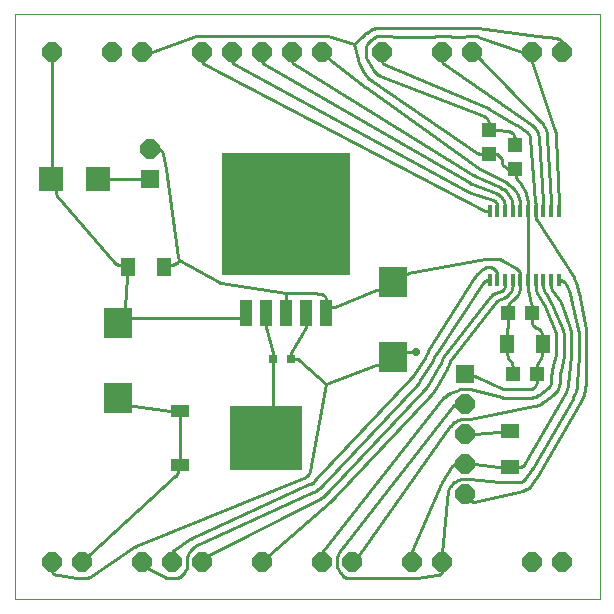
<source format=gtl>
G75*
%MOIN*%
%OFA0B0*%
%FSLAX24Y24*%
%IPPOS*%
%LPD*%
%AMOC8*
5,1,8,0,0,1.08239X$1,22.5*
%
%ADD10C,0.0000*%
%ADD11R,0.0120X0.0390*%
%ADD12R,0.0512X0.0630*%
%ADD13R,0.0472X0.0512*%
%ADD14R,0.0512X0.0472*%
%ADD15R,0.0600X0.0600*%
%ADD16OC8,0.0649*%
%ADD17R,0.4252X0.4098*%
%ADD18R,0.0420X0.0850*%
%ADD19R,0.0945X0.1024*%
%ADD20R,0.0787X0.0787*%
%ADD21R,0.0315X0.0315*%
%ADD22R,0.2441X0.2126*%
%ADD23R,0.0630X0.0394*%
%ADD24R,0.0630X0.0512*%
%ADD25C,0.0100*%
%ADD26C,0.0277*%
D10*
X000500Y000500D02*
X000500Y019996D01*
X000500Y020000D02*
X020000Y020000D01*
X020000Y019996D02*
X020000Y000500D01*
X000500Y000500D01*
D11*
X016329Y011135D03*
X016585Y011135D03*
X016841Y011135D03*
X017096Y011135D03*
X017352Y011135D03*
X017608Y011135D03*
X017864Y011135D03*
X018120Y011135D03*
X018376Y011135D03*
X018632Y011135D03*
X018632Y013432D03*
X018376Y013432D03*
X018120Y013432D03*
X017864Y013432D03*
X017608Y013432D03*
X017352Y013432D03*
X017096Y013432D03*
X016841Y013432D03*
X016585Y013432D03*
X016329Y013432D03*
D12*
X016900Y009000D03*
X018100Y009000D03*
X005466Y011575D03*
X004266Y011575D03*
D13*
X016935Y010031D03*
X017735Y010031D03*
X017900Y008000D03*
X017100Y008000D03*
D14*
X017185Y014832D03*
X017185Y015632D03*
X016315Y015344D03*
X016315Y016144D03*
D15*
X015500Y008000D03*
X005000Y014500D03*
D16*
X005000Y015500D03*
X004750Y018750D03*
X003750Y018750D03*
X001750Y018750D03*
X006750Y018750D03*
X007750Y018750D03*
X008750Y018750D03*
X009750Y018750D03*
X010750Y018750D03*
X012750Y018750D03*
X014750Y018750D03*
X015750Y018750D03*
X017750Y018750D03*
X018750Y018750D03*
X015500Y007000D03*
X015500Y006000D03*
X015500Y005000D03*
X015500Y004000D03*
X014750Y001750D03*
X013750Y001750D03*
X011750Y001750D03*
X010750Y001750D03*
X008750Y001750D03*
X006750Y001750D03*
X005750Y001750D03*
X004750Y001750D03*
X002750Y001750D03*
X001750Y001750D03*
X017750Y001750D03*
X018750Y001750D03*
D17*
X009547Y013331D03*
D18*
X009547Y010051D03*
X008877Y010051D03*
X008207Y010051D03*
X010217Y010051D03*
X010887Y010051D03*
D19*
X013106Y011089D03*
X013106Y008589D03*
X003961Y009719D03*
X003961Y007219D03*
D20*
X003287Y014500D03*
X001713Y014500D03*
D21*
X009106Y008528D03*
X009706Y008528D03*
D22*
X008886Y005874D03*
D23*
X006012Y004976D03*
X006012Y006772D03*
D24*
X017000Y006100D03*
X017000Y004900D03*
D25*
X016735Y004916D01*
X016685Y004916D01*
X016662Y004917D02*
X015812Y004999D01*
X015800Y005000D02*
X015750Y005000D01*
X015500Y005000D01*
X015250Y005000D01*
X015200Y005000D01*
X015095Y004943D02*
X014754Y004410D01*
X014712Y004332D02*
X013760Y002099D01*
X013750Y002050D02*
X013750Y002000D01*
X013750Y001750D01*
X013874Y001210D02*
X013890Y001211D01*
X013906Y001212D01*
X014569Y001300D01*
X014634Y001318D02*
X014676Y001336D01*
X014694Y001346D01*
X014710Y001359D01*
X014724Y001374D01*
X014735Y001391D01*
X014743Y001410D01*
X014748Y001430D01*
X014750Y001450D01*
X014750Y001500D01*
X014750Y001750D01*
X014750Y002000D01*
X014750Y002050D01*
X014751Y002062D02*
X014961Y004148D01*
X015030Y004294D02*
X015118Y004382D01*
X015182Y004427D02*
X015287Y004479D01*
X015376Y004500D02*
X015624Y004500D01*
X015643Y004499D02*
X016663Y004405D01*
X016685Y004404D02*
X017315Y004404D01*
X017513Y004508D02*
X017752Y004856D01*
X017774Y004891D02*
X019098Y007190D01*
X018847Y007335D02*
X017523Y005036D01*
X018025Y004747D02*
X018009Y004718D01*
X017991Y004691D01*
X017752Y004344D01*
X017435Y004128D02*
X015828Y003755D01*
X015712Y003788D02*
X015712Y003788D01*
X015677Y003823D01*
X015500Y004000D01*
X015712Y003788D02*
X015728Y003775D01*
X015746Y003764D01*
X015766Y003757D01*
X015786Y003753D01*
X015807Y003752D01*
X015828Y003755D01*
X015642Y004499D02*
X015624Y004500D01*
X015376Y004500D02*
X015353Y004499D01*
X015331Y004495D01*
X015309Y004488D01*
X015288Y004479D01*
X015182Y004427D02*
X015159Y004414D01*
X015138Y004399D01*
X015118Y004382D01*
X015030Y004294D02*
X015012Y004273D01*
X014996Y004251D01*
X014983Y004227D01*
X014973Y004201D01*
X014966Y004175D01*
X014961Y004148D01*
X014713Y004332D02*
X014732Y004372D01*
X014754Y004410D01*
X015096Y004943D02*
X015108Y004959D01*
X015123Y004973D01*
X015141Y004985D01*
X015159Y004993D01*
X015179Y004998D01*
X015200Y005000D01*
X015800Y005000D02*
X015812Y004999D01*
X016662Y004917D02*
X016685Y004916D01*
X016663Y004405D02*
X016685Y004404D01*
X017000Y004900D02*
X017265Y004916D01*
X017315Y004916D01*
X017343Y004918D01*
X017370Y004922D01*
X017397Y004931D01*
X017423Y004942D01*
X017447Y004956D01*
X017469Y004972D01*
X017490Y004991D01*
X017508Y005013D01*
X017523Y005036D01*
X017774Y004891D02*
X017752Y004856D01*
X018026Y004747D02*
X019349Y007045D01*
X019244Y007680D02*
X019299Y008630D01*
X019301Y008692D02*
X019300Y008800D01*
X019300Y008810D02*
X019301Y008918D01*
X019301Y008925D02*
X019301Y009075D01*
X019301Y009082D02*
X019300Y009190D01*
X019300Y009200D02*
X019301Y009308D01*
X019278Y009520D02*
X019054Y010528D01*
X018997Y010710D02*
X018872Y011014D01*
X019202Y011083D02*
X019190Y011121D01*
X019175Y011159D01*
X019157Y011195D01*
X019136Y011230D01*
X019136Y011229D02*
X017896Y013130D01*
X017864Y013237D02*
X017864Y013287D01*
X017864Y013432D01*
X017864Y013577D01*
X017864Y013627D01*
X017859Y013761D02*
X017680Y015889D01*
X017577Y016066D02*
X017229Y016305D01*
X017198Y016325D02*
X016328Y016837D01*
X016267Y016868D02*
X012868Y018317D01*
X012866Y018318D01*
X012824Y018336D01*
X012230Y017547D02*
X012191Y017576D01*
X012190Y017576D02*
X010973Y018528D01*
X010962Y018538D02*
X010962Y018538D01*
X010927Y018573D01*
X010750Y018750D01*
X010963Y018538D02*
X010974Y018528D01*
X010947Y019279D02*
X010923Y019285D01*
X010899Y019289D01*
X010874Y019290D01*
X006626Y019290D01*
X006545Y019276D02*
X005092Y018757D01*
X005050Y018750D02*
X005000Y018750D01*
X004750Y018750D01*
X005050Y018750D02*
X005071Y018752D01*
X005092Y018757D01*
X006545Y019276D02*
X006572Y019284D01*
X006599Y019288D01*
X006626Y019290D01*
X006750Y018750D02*
X006750Y018500D01*
X006750Y018450D01*
X006751Y018431D01*
X006756Y018412D01*
X006763Y018394D01*
X006773Y018378D01*
X006786Y018363D01*
X006800Y018350D01*
X006817Y018340D01*
X016179Y013454D01*
X016269Y013432D02*
X016319Y013432D01*
X016329Y013432D01*
X018376Y013627D02*
X018375Y013682D01*
X018373Y013737D01*
X018260Y015911D01*
X017970Y015904D02*
X018116Y013753D01*
X018120Y013627D02*
X018120Y013577D01*
X018120Y013432D01*
X017864Y013237D02*
X017865Y013214D01*
X017869Y013192D01*
X017876Y013170D01*
X017885Y013150D01*
X017896Y013130D01*
X017608Y013237D02*
X017608Y013287D01*
X017608Y013432D01*
X017608Y013577D01*
X017608Y013627D01*
X017352Y013627D02*
X017352Y013577D01*
X017352Y013432D01*
X017608Y013237D02*
X017608Y011330D01*
X017608Y011280D01*
X017608Y011135D01*
X017608Y010990D01*
X017608Y010940D01*
X017352Y010940D02*
X017352Y010990D01*
X017352Y011135D01*
X017352Y011280D01*
X017352Y011330D01*
X017300Y011463D02*
X017273Y011492D01*
X017218Y011537D02*
X016793Y011786D01*
X016525Y011860D02*
X016269Y011860D01*
X016169Y011850D02*
X013624Y011365D01*
X013579Y011360D02*
X013529Y011360D01*
X013106Y011089D01*
X012684Y010817D01*
X012634Y010817D01*
X012544Y010799D02*
X011187Y010253D01*
X011097Y010236D02*
X011047Y010236D01*
X010887Y010051D01*
X010887Y010426D01*
X010887Y010476D01*
X010885Y010504D01*
X010880Y010531D01*
X010871Y010557D01*
X010858Y010582D01*
X010843Y010605D01*
X010825Y010625D01*
X010804Y010643D01*
X010781Y010659D01*
X010756Y010671D01*
X010729Y010679D01*
X010702Y010684D01*
X010456Y010714D01*
X010427Y010716D02*
X009551Y010717D01*
X009547Y010479D01*
X009547Y010476D01*
X009547Y010426D01*
X009547Y010051D01*
X008877Y009626D02*
X008879Y009600D01*
X008884Y009574D01*
X009101Y008724D01*
X009106Y008685D02*
X009106Y008635D01*
X009106Y008528D01*
X009106Y008420D01*
X009106Y008370D01*
X009106Y006937D01*
X009106Y006887D01*
X008886Y005874D01*
X010327Y004329D02*
X010363Y004348D01*
X010398Y004369D01*
X010431Y004393D01*
X010463Y004419D01*
X010492Y004448D01*
X013754Y007912D01*
X013779Y007944D02*
X014177Y008546D01*
X014412Y008409D02*
X014028Y007796D01*
X013965Y007714D02*
X010703Y004249D01*
X010915Y004050D02*
X014176Y007515D01*
X014285Y007660D02*
X014654Y008285D01*
X014733Y008457D02*
X014733Y008457D01*
X014811Y008603D02*
X016341Y010566D01*
X016539Y010410D02*
X015024Y008435D01*
X014990Y008371D02*
X014990Y008370D01*
X014903Y008173D02*
X014549Y007537D01*
X014387Y007316D02*
X011126Y003851D01*
X011024Y003754D02*
X008969Y001968D01*
X008962Y001962D02*
X008962Y001962D01*
X008927Y001927D01*
X008750Y001750D01*
X008962Y001962D02*
X008968Y001968D01*
X010750Y002000D02*
X010750Y001750D01*
X010750Y002000D02*
X010750Y002050D01*
X010777Y002127D02*
X014784Y007204D01*
X015001Y007367D02*
X015300Y007488D01*
X015400Y007501D02*
X015416Y007499D01*
X015449Y007498D02*
X015491Y007500D01*
X015509Y007500D02*
X015551Y007498D01*
X015584Y007499D02*
X015600Y007501D01*
X015674Y007496D02*
X016735Y007230D01*
X016864Y007214D02*
X017664Y007214D01*
X017826Y006940D02*
X015664Y006504D01*
X015624Y006500D02*
X015376Y006500D01*
X015287Y006479D02*
X015182Y006427D01*
X015118Y006382D02*
X015030Y006294D01*
X015004Y006263D02*
X011976Y001978D01*
X011962Y001962D02*
X011962Y001962D01*
X011927Y001927D01*
X011750Y001750D01*
X011323Y002068D02*
X011335Y002089D01*
X011348Y002109D01*
X015102Y006952D01*
X015200Y007000D02*
X015250Y007000D01*
X015500Y007000D01*
X015624Y006500D02*
X015644Y006501D01*
X015663Y006504D01*
X015376Y006500D02*
X015353Y006499D01*
X015331Y006495D01*
X015309Y006488D01*
X015288Y006479D01*
X015182Y006427D02*
X015159Y006414D01*
X015138Y006399D01*
X015118Y006382D01*
X015030Y006294D02*
X015016Y006278D01*
X015004Y006262D01*
X015500Y006000D02*
X015750Y006000D01*
X015800Y006000D01*
X015812Y006001D02*
X016662Y006083D01*
X016685Y006084D02*
X016735Y006084D01*
X017000Y006100D01*
X016685Y006084D02*
X016662Y006083D01*
X015812Y006001D02*
X015800Y006000D01*
X015200Y007000D02*
X015181Y006999D01*
X015163Y006994D01*
X015145Y006987D01*
X015129Y006978D01*
X015115Y006966D01*
X015102Y006952D01*
X014784Y007204D02*
X014809Y007234D01*
X014837Y007262D01*
X014867Y007288D01*
X014898Y007312D01*
X014931Y007333D01*
X014966Y007351D01*
X015001Y007367D01*
X015300Y007488D02*
X015324Y007496D01*
X015349Y007501D01*
X015375Y007503D01*
X015400Y007502D01*
X015416Y007499D02*
X015433Y007498D01*
X015449Y007498D01*
X015491Y007500D02*
X015509Y007500D01*
X015551Y007498D02*
X015567Y007498D01*
X015584Y007499D01*
X015600Y007502D02*
X015624Y007503D01*
X015649Y007501D01*
X015673Y007497D01*
X015800Y007940D02*
X015826Y007939D01*
X015851Y007935D01*
X015875Y007928D01*
X015899Y007919D01*
X016765Y007526D01*
X016864Y007504D02*
X017336Y007504D01*
X017339Y007504D01*
X017666Y007508D01*
X017667Y007508D02*
X017695Y007510D01*
X017723Y007515D01*
X017750Y007524D01*
X017775Y007536D01*
X017799Y007551D01*
X017822Y007568D01*
X017841Y007588D01*
X017859Y007611D01*
X017873Y007635D01*
X017885Y007661D01*
X017893Y007688D01*
X017898Y007716D01*
X017900Y007744D01*
X017900Y007794D01*
X017900Y008000D01*
X017900Y008206D01*
X017900Y008256D01*
X017937Y008382D02*
X018047Y008557D01*
X018084Y008685D02*
X018084Y008735D01*
X018100Y009000D01*
X018084Y009265D01*
X018084Y009315D01*
X018082Y009338D01*
X018077Y009367D01*
X018069Y009395D01*
X018058Y009422D01*
X018043Y009447D01*
X018026Y009470D01*
X018005Y009491D01*
X017983Y009510D01*
X017958Y009525D01*
X017931Y009538D01*
X017931Y009537D02*
X017885Y009556D01*
X017859Y009568D01*
X017835Y009583D01*
X017813Y009601D01*
X017793Y009621D01*
X017776Y009643D01*
X017762Y009667D01*
X017750Y009693D01*
X017742Y009720D01*
X017737Y009748D01*
X017735Y009776D01*
X017735Y009826D01*
X017735Y010031D01*
X017735Y010237D01*
X017735Y010287D01*
X017727Y010347D02*
X017644Y010665D01*
X018193Y010710D02*
X018197Y010704D01*
X018196Y010704D02*
X018426Y010319D01*
X018462Y010246D02*
X018771Y009483D01*
X018803Y009303D02*
X018801Y009227D01*
X018801Y009163D02*
X018803Y009087D01*
X018803Y009075D02*
X018803Y008925D01*
X018803Y008913D02*
X018801Y008837D01*
X018801Y008773D02*
X018803Y008697D01*
X018796Y008602D02*
X018703Y008109D01*
X018683Y007959D02*
X018665Y007706D01*
X018376Y007727D02*
X018394Y007979D01*
X018665Y007706D02*
X018660Y007662D01*
X018651Y007618D01*
X018639Y007576D01*
X018623Y007534D01*
X018603Y007494D01*
X018581Y007456D01*
X018555Y007420D01*
X018527Y007386D01*
X018495Y007354D01*
X018461Y007326D01*
X018462Y007326D02*
X018167Y007097D01*
X017989Y007326D02*
X018284Y007555D01*
X018847Y007335D02*
X018871Y007381D01*
X018893Y007429D01*
X018912Y007479D01*
X018927Y007529D01*
X018940Y007581D01*
X018948Y007633D01*
X018954Y007685D01*
X018972Y007938D01*
X018976Y007981D02*
X019048Y008606D01*
X019052Y008697D02*
X019051Y008789D01*
X019051Y008821D02*
X019052Y008913D01*
X019052Y008925D02*
X019052Y009075D01*
X019052Y009087D02*
X019051Y009179D01*
X019051Y009211D02*
X019052Y009303D01*
X019014Y009543D02*
X018746Y010316D01*
X018627Y010539D02*
X018415Y010822D01*
X018139Y010831D02*
X018131Y010858D01*
X018125Y010885D01*
X018121Y010912D01*
X018120Y010940D01*
X018120Y010990D01*
X018120Y011135D01*
X018376Y011135D02*
X018376Y010990D01*
X018376Y010940D01*
X017864Y010940D02*
X017866Y010898D01*
X017870Y010857D01*
X017878Y010815D01*
X017888Y010775D01*
X017902Y010735D01*
X017918Y010697D01*
X017937Y010660D01*
X017938Y010659D02*
X017970Y010601D01*
X018005Y010546D02*
X018115Y010387D01*
X018132Y010356D02*
X018539Y009392D01*
X018555Y009307D02*
X018552Y009253D01*
X018552Y009136D02*
X018555Y009083D01*
X018555Y009075D02*
X018555Y008925D01*
X018555Y008917D02*
X018552Y008864D01*
X018552Y008747D02*
X018555Y008693D01*
X018547Y008629D02*
X018455Y008320D01*
X017936Y008382D02*
X017924Y008359D01*
X017913Y008334D01*
X017906Y008309D01*
X017901Y008283D01*
X017900Y008256D01*
X018047Y008557D02*
X018060Y008580D01*
X018070Y008605D01*
X018078Y008631D01*
X018082Y008658D01*
X018084Y008685D01*
X019299Y008631D02*
X019301Y008662D01*
X019301Y008692D01*
X019550Y008685D02*
X019550Y009315D01*
X019531Y009527D02*
X019349Y010536D01*
X019319Y010664D02*
X019202Y011082D01*
X018692Y011135D02*
X018642Y011135D01*
X018632Y011135D01*
X017971Y010602D02*
X017987Y010574D01*
X018005Y010547D01*
X018193Y010709D02*
X018193Y010709D01*
X018156Y010787D02*
X018139Y010831D01*
X017864Y010940D02*
X017864Y010990D01*
X017864Y011135D01*
X017352Y011330D02*
X017350Y011354D01*
X017346Y011378D01*
X017339Y011401D01*
X017328Y011423D01*
X017315Y011444D01*
X017300Y011463D01*
X017272Y011493D02*
X017256Y011509D01*
X017237Y011524D01*
X017218Y011537D01*
X017096Y011135D02*
X017096Y010990D01*
X017096Y010940D01*
X017020Y010734D02*
X016963Y010667D01*
X016810Y010555D02*
X016619Y010473D01*
X016619Y010472D02*
X016596Y010460D01*
X016575Y010446D01*
X016555Y010429D01*
X016538Y010409D01*
X016341Y010565D02*
X016366Y010595D01*
X016393Y010622D01*
X016423Y010647D01*
X016455Y010669D01*
X016488Y010688D01*
X016523Y010705D01*
X016560Y010718D01*
X016560Y010719D02*
X016701Y010764D01*
X016814Y010866D02*
X016836Y010916D01*
X016841Y010940D02*
X016841Y010990D01*
X016841Y011135D01*
X016841Y010940D02*
X016840Y010928D01*
X016836Y010916D01*
X017021Y010734D02*
X017040Y010760D01*
X017057Y010787D01*
X017071Y010815D01*
X017083Y010845D01*
X017091Y010876D01*
X017095Y010908D01*
X017097Y010940D01*
X017353Y010940D02*
X017351Y010896D01*
X017346Y010852D01*
X017338Y010808D01*
X017326Y010765D01*
X017311Y010724D01*
X017292Y010683D01*
X017271Y010644D01*
X017246Y010607D01*
X017219Y010572D01*
X017189Y010539D01*
X017157Y010509D01*
X017122Y010481D01*
X017061Y010435D01*
X017027Y010403D02*
X016935Y010287D01*
X016935Y010237D01*
X016935Y010031D01*
X016935Y009826D01*
X016935Y009776D01*
X016934Y009766D02*
X016916Y009325D01*
X016916Y009315D02*
X016916Y009265D01*
X016900Y009000D01*
X016916Y008735D01*
X016916Y008685D01*
X016953Y008557D02*
X017063Y008382D01*
X017100Y008256D02*
X017100Y008206D01*
X017100Y008000D01*
X016864Y007504D02*
X016838Y007505D01*
X016813Y007509D01*
X016789Y007516D01*
X016765Y007525D01*
X016735Y007230D02*
X016778Y007221D01*
X016821Y007216D01*
X016864Y007214D01*
X017664Y007214D02*
X017708Y007216D01*
X017751Y007221D01*
X017794Y007230D01*
X017836Y007243D01*
X017877Y007259D01*
X017916Y007278D01*
X017954Y007300D01*
X017989Y007326D01*
X019349Y007045D02*
X019383Y007108D01*
X019414Y007172D01*
X019441Y007238D01*
X019465Y007305D01*
X019486Y007373D01*
X019503Y007442D01*
X019517Y007512D01*
X019527Y007582D01*
X019533Y007653D01*
X019536Y007724D01*
X019550Y008668D01*
X019050Y008789D02*
X019050Y008821D01*
X019052Y008913D02*
X019052Y008925D01*
X018804Y008913D02*
X018804Y008925D01*
X018555Y008917D02*
X018555Y008925D01*
X019301Y008918D02*
X019301Y008925D01*
X019300Y008810D02*
X019300Y008800D01*
X018552Y008747D02*
X018551Y008805D01*
X018552Y008863D01*
X018804Y008697D02*
X018804Y008665D01*
X018801Y008633D01*
X018796Y008602D01*
X019550Y008668D02*
X019550Y008685D01*
X018801Y008773D02*
X018801Y008837D01*
X019052Y008697D02*
X019051Y008651D01*
X019047Y008606D01*
X018555Y008693D02*
X018555Y008671D01*
X018552Y008650D01*
X018547Y008629D01*
X019301Y009075D02*
X019301Y009082D01*
X019050Y009179D02*
X019050Y009211D01*
X019052Y009303D02*
X019051Y009352D01*
X019047Y009401D01*
X019039Y009449D01*
X019028Y009497D01*
X019014Y009543D01*
X019279Y009520D02*
X019289Y009467D01*
X019296Y009414D01*
X019300Y009361D01*
X019301Y009308D01*
X019300Y009200D02*
X019300Y009190D01*
X018552Y009137D02*
X018551Y009195D01*
X018552Y009253D01*
X019550Y009315D02*
X019549Y009368D01*
X019545Y009421D01*
X019539Y009474D01*
X019531Y009527D01*
X018801Y009227D02*
X018801Y009163D01*
X019052Y009087D02*
X019052Y009075D01*
X018804Y009075D02*
X018804Y009087D01*
X018555Y009075D02*
X018555Y009083D01*
X018804Y009303D02*
X018803Y009340D01*
X018800Y009376D01*
X018793Y009413D01*
X018784Y009448D01*
X018771Y009483D01*
X018539Y009392D02*
X018547Y009372D01*
X018552Y009350D01*
X018555Y009329D01*
X018555Y009307D01*
X018462Y010246D02*
X018446Y010283D01*
X018426Y010319D01*
X019055Y010528D02*
X019039Y010589D01*
X019020Y010650D01*
X018997Y010709D01*
X017643Y010665D02*
X017631Y010719D01*
X017621Y010774D01*
X017614Y010829D01*
X017609Y010884D01*
X017608Y010940D01*
X017726Y010347D02*
X017732Y010317D01*
X017734Y010287D01*
X019319Y010664D02*
X019336Y010601D01*
X019349Y010536D01*
X018872Y011014D02*
X018861Y011037D01*
X018847Y011058D01*
X018830Y011078D01*
X018811Y011095D01*
X018790Y011109D01*
X018767Y011120D01*
X018743Y011128D01*
X018718Y011133D01*
X018692Y011135D01*
X018376Y010940D02*
X018378Y010915D01*
X018382Y010890D01*
X018390Y010866D01*
X018401Y010844D01*
X018415Y010823D01*
X018193Y010710D02*
X018179Y010735D01*
X018167Y010761D01*
X018156Y010788D01*
X018115Y010388D02*
X018124Y010372D01*
X018132Y010356D01*
X018627Y010538D02*
X018656Y010497D01*
X018683Y010454D01*
X018707Y010409D01*
X018728Y010363D01*
X018746Y010316D01*
X017061Y010435D02*
X017042Y010420D01*
X017026Y010402D01*
X016810Y010555D02*
X016845Y010572D01*
X016878Y010591D01*
X016908Y010614D01*
X016937Y010639D01*
X016963Y010667D01*
X016815Y010866D02*
X016802Y010843D01*
X016787Y010822D01*
X016769Y010803D01*
X016748Y010787D01*
X016726Y010774D01*
X016702Y010764D01*
X016585Y011135D02*
X016585Y011280D01*
X016585Y011330D01*
X016794Y011787D02*
X016758Y011806D01*
X016722Y011822D01*
X016684Y011836D01*
X016645Y011846D01*
X016605Y011854D01*
X016565Y011858D01*
X016525Y011860D01*
X016329Y011570D02*
X016269Y011570D01*
X016108Y011508D02*
X015914Y011334D01*
X015821Y011223D02*
X014324Y008853D01*
X014563Y008722D02*
X016106Y011048D01*
X016269Y011135D02*
X016319Y011135D01*
X016329Y011135D01*
X016505Y011493D02*
X016485Y011512D01*
X016462Y011529D01*
X016438Y011544D01*
X016412Y011555D01*
X016385Y011563D01*
X016357Y011568D01*
X016329Y011570D01*
X016505Y011492D02*
X016533Y011463D01*
X016548Y011444D01*
X016561Y011423D01*
X016572Y011401D01*
X016579Y011378D01*
X016583Y011354D01*
X016585Y011330D01*
X016269Y011860D02*
X016236Y011859D01*
X016202Y011856D01*
X016170Y011851D01*
X016269Y011570D02*
X016240Y011568D01*
X016211Y011563D01*
X016183Y011554D01*
X016156Y011542D01*
X016131Y011527D01*
X016109Y011508D01*
X016269Y011135D02*
X016242Y011133D01*
X016215Y011127D01*
X016189Y011118D01*
X016165Y011105D01*
X016143Y011089D01*
X016123Y011070D01*
X016107Y011048D01*
X015821Y011223D02*
X015841Y011253D01*
X015864Y011282D01*
X015888Y011309D01*
X015915Y011334D01*
X016934Y009775D02*
X016934Y009765D01*
X016916Y009325D02*
X016916Y009315D01*
X016916Y008685D02*
X016918Y008658D01*
X016922Y008631D01*
X016930Y008605D01*
X016940Y008580D01*
X016953Y008557D01*
X017063Y008382D02*
X017076Y008359D01*
X017087Y008334D01*
X017094Y008309D01*
X017099Y008283D01*
X017100Y008256D01*
X017826Y006940D02*
X017879Y006953D01*
X017931Y006969D01*
X017981Y006988D01*
X018030Y007010D01*
X018078Y007036D01*
X018124Y007065D01*
X018167Y007097D01*
X019098Y007190D02*
X019128Y007247D01*
X019156Y007305D01*
X019179Y007365D01*
X019200Y007426D01*
X019216Y007489D01*
X019229Y007552D01*
X019239Y007616D01*
X019244Y007680D01*
X018394Y007979D02*
X018401Y008048D01*
X018410Y008117D01*
X018422Y008185D01*
X018438Y008253D01*
X018456Y008320D01*
X018375Y007727D02*
X018372Y007698D01*
X018364Y007671D01*
X018354Y007644D01*
X018341Y007618D01*
X018324Y007595D01*
X018305Y007573D01*
X018283Y007555D01*
X018683Y007959D02*
X018688Y008009D01*
X018695Y008059D01*
X018703Y008109D01*
X018977Y007981D02*
X018973Y007938D01*
X015800Y007940D02*
X015750Y007940D01*
X015500Y008000D01*
X014476Y008543D02*
X014493Y008590D01*
X014514Y008636D01*
X014537Y008680D01*
X014563Y008723D01*
X014811Y008603D02*
X014787Y008569D01*
X014766Y008533D01*
X014748Y008496D01*
X014733Y008457D01*
X014219Y008630D02*
X014240Y008688D01*
X014265Y008744D01*
X014293Y008799D01*
X014325Y008853D01*
X014733Y008457D02*
X014717Y008412D01*
X014698Y008369D01*
X014677Y008326D01*
X014654Y008285D01*
X014990Y008370D02*
X014999Y008393D01*
X015011Y008414D01*
X015025Y008434D01*
X014990Y008370D02*
X014972Y008320D01*
X014951Y008270D01*
X014928Y008221D01*
X014903Y008173D01*
X013878Y008744D02*
X013579Y008744D01*
X013529Y008744D01*
X013106Y008589D01*
X012684Y008317D01*
X012634Y008317D01*
X012551Y008302D02*
X010866Y007681D01*
X009968Y008487D01*
X009863Y008528D02*
X009813Y008528D01*
X009706Y008528D01*
X009706Y008635D01*
X009706Y008685D01*
X009729Y008767D02*
X010186Y009516D01*
X010217Y009626D02*
X010217Y009676D01*
X010217Y010051D01*
X010217Y009626D02*
X010216Y009603D01*
X010212Y009580D01*
X010206Y009558D01*
X010197Y009537D01*
X010186Y009516D01*
X009729Y008767D02*
X009719Y008748D01*
X009712Y008728D01*
X009707Y008706D01*
X009706Y008685D01*
X009863Y008527D02*
X009886Y008525D01*
X009908Y008520D01*
X009930Y008512D01*
X009950Y008501D01*
X009968Y008487D01*
X010866Y007681D02*
X010343Y004769D01*
X010197Y004589D02*
X004535Y002272D01*
X004492Y002249D02*
X003008Y001251D01*
X002874Y001210D02*
X002626Y001210D01*
X002594Y001212D02*
X001931Y001300D01*
X001866Y001318D02*
X001824Y001336D01*
X001806Y001346D01*
X001790Y001359D01*
X001776Y001374D01*
X001765Y001391D01*
X001757Y001410D01*
X001752Y001430D01*
X001750Y001450D01*
X001750Y001500D01*
X001750Y001750D01*
X001866Y001318D02*
X001887Y001310D01*
X001908Y001304D01*
X001931Y001300D01*
X002594Y001212D02*
X002610Y001211D01*
X002626Y001210D01*
X002874Y001210D02*
X002902Y001212D01*
X002930Y001217D01*
X002957Y001225D01*
X002983Y001236D01*
X003008Y001251D01*
X002750Y001750D02*
X002927Y001927D01*
X002962Y001962D01*
X002962Y001962D01*
X002966Y001966D02*
X005859Y004602D01*
X005937Y004780D02*
X005937Y004830D01*
X006012Y004976D01*
X006012Y005123D01*
X006012Y005173D01*
X006012Y006575D01*
X006012Y006625D01*
X006012Y006772D01*
X005747Y006772D01*
X005697Y006772D01*
X005669Y006774D02*
X004467Y006944D01*
X004433Y006947D02*
X004383Y006947D01*
X003961Y007219D01*
X004433Y006947D02*
X004450Y006946D01*
X004467Y006945D01*
X005669Y006773D02*
X005683Y006771D01*
X005697Y006771D01*
X005937Y004780D02*
X005935Y004752D01*
X005930Y004723D01*
X005922Y004696D01*
X005910Y004670D01*
X005896Y004646D01*
X005879Y004623D01*
X005859Y004603D01*
X006405Y002532D02*
X010327Y004329D01*
X010448Y004066D02*
X006526Y002268D01*
X006456Y002220D02*
X006368Y002132D01*
X006323Y002068D02*
X006271Y001963D01*
X006250Y001874D02*
X006250Y001626D01*
X006229Y001537D02*
X006177Y001432D01*
X006132Y001368D02*
X006044Y001280D01*
X005874Y001210D02*
X005626Y001210D01*
X005513Y001238D02*
X004992Y001516D01*
X004962Y001538D02*
X004962Y001538D01*
X004927Y001573D01*
X004750Y001750D01*
X004962Y001538D02*
X004976Y001526D01*
X004992Y001517D01*
X005513Y001238D02*
X005540Y001226D01*
X005568Y001217D01*
X005597Y001212D01*
X005626Y001210D01*
X005874Y001210D02*
X005901Y001212D01*
X005927Y001216D01*
X005953Y001223D01*
X005978Y001234D01*
X006002Y001247D01*
X006024Y001262D01*
X006044Y001280D01*
X006132Y001368D02*
X006149Y001388D01*
X006164Y001409D01*
X006177Y001432D01*
X006229Y001538D02*
X006238Y001559D01*
X006245Y001581D01*
X006249Y001603D01*
X006250Y001626D01*
X006250Y001874D02*
X006251Y001897D01*
X006255Y001919D01*
X006262Y001941D01*
X006271Y001962D01*
X006323Y002068D02*
X006336Y002091D01*
X006351Y002112D01*
X006368Y002132D01*
X006456Y002220D02*
X006478Y002239D01*
X006501Y002255D01*
X006526Y002268D01*
X006405Y002532D02*
X006372Y002515D01*
X006340Y002496D01*
X005807Y002155D01*
X005750Y002050D02*
X005750Y002000D01*
X005750Y001750D01*
X005750Y002050D02*
X005752Y002071D01*
X005757Y002091D01*
X005765Y002109D01*
X005777Y002127D01*
X005791Y002142D01*
X005807Y002154D01*
X006750Y001750D02*
X006927Y001927D01*
X006962Y001962D01*
X006962Y001962D01*
X006994Y001985D02*
X010609Y003821D01*
X010197Y004589D02*
X010224Y004602D01*
X010249Y004618D01*
X010272Y004638D01*
X010293Y004660D01*
X010310Y004685D01*
X010324Y004711D01*
X010335Y004739D01*
X010342Y004769D01*
X010703Y004249D02*
X010666Y004212D01*
X010626Y004177D01*
X010584Y004145D01*
X010540Y004116D01*
X010495Y004089D01*
X010448Y004066D01*
X010609Y003821D02*
X010665Y003852D01*
X010719Y003886D01*
X010771Y003923D01*
X010821Y003962D01*
X010869Y004005D01*
X010914Y004050D01*
X011125Y003851D02*
X011076Y003801D01*
X011024Y003754D01*
X010777Y002127D02*
X010765Y002110D01*
X010757Y002091D01*
X010752Y002071D01*
X010750Y002050D01*
X011250Y001874D02*
X011250Y001626D01*
X011271Y001537D02*
X011323Y001432D01*
X011368Y001368D02*
X011456Y001280D01*
X011626Y001210D02*
X013874Y001210D01*
X014569Y001300D02*
X014592Y001304D01*
X014613Y001310D01*
X014634Y001318D01*
X014750Y002050D02*
X014751Y002062D01*
X013760Y002099D02*
X013754Y002083D01*
X013751Y002067D01*
X013750Y002050D01*
X011975Y001979D02*
X011962Y001962D01*
X011323Y001432D02*
X011336Y001409D01*
X011351Y001388D01*
X011368Y001368D01*
X011456Y001280D02*
X011476Y001262D01*
X011498Y001247D01*
X011522Y001234D01*
X011547Y001223D01*
X011573Y001216D01*
X011599Y001212D01*
X011626Y001210D01*
X011271Y001538D02*
X011262Y001559D01*
X011255Y001581D01*
X011251Y001603D01*
X011250Y001626D01*
X011250Y001874D02*
X011251Y001897D01*
X011255Y001919D01*
X011262Y001941D01*
X011271Y001962D01*
X011271Y001963D02*
X011323Y002068D01*
X006994Y001985D02*
X006977Y001974D01*
X006962Y001962D01*
X004535Y002272D02*
X004513Y002262D01*
X004492Y002249D01*
X002966Y001966D02*
X002962Y001962D01*
X009105Y008685D02*
X009104Y008705D01*
X009100Y008724D01*
X008877Y009626D02*
X008877Y009676D01*
X008877Y010051D01*
X008207Y010051D02*
X008047Y009885D01*
X007997Y009885D01*
X004433Y009885D01*
X004383Y009885D01*
X003961Y009719D01*
X004193Y010180D01*
X004193Y010230D01*
X004193Y010244D02*
X004250Y011246D01*
X004250Y011260D02*
X004250Y011310D01*
X004266Y011575D01*
X004060Y011650D01*
X004010Y011650D01*
X003828Y011733D02*
X001924Y013950D01*
X001866Y014106D02*
X001866Y014156D01*
X001713Y014500D01*
X001750Y014844D01*
X001750Y014894D01*
X001750Y018450D01*
X001750Y018500D01*
X001750Y018750D01*
X005000Y015500D02*
X005250Y015500D01*
X005300Y015500D01*
X005320Y015498D01*
X005340Y015493D01*
X005359Y015485D01*
X005376Y015474D01*
X005391Y015460D01*
X005404Y015444D01*
X005414Y015426D01*
X005432Y015384D01*
X005448Y015330D02*
X005536Y014843D01*
X005538Y014834D02*
X005960Y011924D01*
X005962Y011896D02*
X005965Y011799D01*
X007307Y011071D01*
X007385Y011044D02*
X009551Y010717D01*
X010427Y010716D02*
X010456Y010714D01*
X011097Y010236D02*
X011128Y010238D01*
X011158Y010244D01*
X011187Y010253D01*
X012544Y010800D02*
X012573Y010809D01*
X012603Y010815D01*
X012634Y010817D01*
X013579Y011360D02*
X013602Y011361D01*
X013624Y011364D01*
X014476Y008543D02*
X014459Y008497D01*
X014437Y008452D01*
X014413Y008409D01*
X014177Y008546D02*
X014193Y008572D01*
X014207Y008601D01*
X014218Y008630D01*
X014028Y007796D02*
X014009Y007767D01*
X013988Y007740D01*
X013965Y007714D01*
X013754Y007912D02*
X013767Y007928D01*
X013779Y007944D01*
X014549Y007537D02*
X014521Y007490D01*
X014491Y007444D01*
X014458Y007400D01*
X014424Y007357D01*
X014387Y007316D01*
X014176Y007515D02*
X014206Y007549D01*
X014235Y007584D01*
X014261Y007621D01*
X014285Y007660D01*
X012634Y008317D02*
X012606Y008315D01*
X012578Y008310D01*
X012551Y008302D01*
X017435Y004128D02*
X017477Y004139D01*
X017518Y004154D01*
X017557Y004173D01*
X017595Y004194D01*
X017631Y004219D01*
X017665Y004246D01*
X017697Y004276D01*
X017726Y004309D01*
X017752Y004344D01*
X017513Y004508D02*
X017495Y004485D01*
X017474Y004465D01*
X017452Y004447D01*
X017427Y004432D01*
X017400Y004420D01*
X017373Y004411D01*
X017344Y004406D01*
X017315Y004404D01*
X017096Y013432D02*
X017096Y013577D01*
X017096Y013627D01*
X016841Y013627D02*
X016841Y013577D01*
X016841Y013432D01*
X016585Y013432D02*
X016585Y013577D01*
X016585Y013627D01*
X016583Y013642D02*
X016575Y013674D01*
X018631Y013704D02*
X018632Y013628D01*
X018632Y013627D02*
X018632Y013577D01*
X018632Y013432D01*
X018376Y013432D02*
X018376Y013577D01*
X018376Y013627D01*
X018631Y013704D02*
X018550Y015909D01*
X018493Y016223D02*
X017756Y018410D01*
X017750Y018450D02*
X017750Y018500D01*
X017750Y018750D01*
X017500Y018750D01*
X017450Y018750D01*
X017409Y018757D02*
X015948Y019262D01*
X015870Y019275D02*
X015826Y019274D01*
X015798Y019274D02*
X015754Y019275D01*
X015746Y019275D02*
X015702Y019274D01*
X015674Y019274D02*
X015630Y019275D01*
X015609Y019274D02*
X015437Y019262D01*
X015383Y019260D02*
X015250Y019260D01*
X015218Y019260D02*
X014884Y019275D01*
X014870Y019275D02*
X014826Y019274D01*
X014798Y019274D02*
X014754Y019275D01*
X014746Y019275D02*
X014702Y019274D01*
X014674Y019274D02*
X014630Y019275D01*
X014611Y019274D02*
X014405Y019261D01*
X014357Y019260D02*
X013324Y019260D01*
X013298Y019260D02*
X012882Y019275D01*
X012870Y019275D02*
X012824Y019274D01*
X012798Y019274D02*
X012754Y019275D01*
X012746Y019275D02*
X012702Y019274D01*
X012674Y019274D02*
X012630Y019275D01*
X012487Y019227D02*
X012390Y019151D01*
X012368Y019132D02*
X012280Y019044D01*
X012210Y018874D02*
X012210Y018626D01*
X012239Y018512D02*
X012408Y018198D01*
X012153Y018061D02*
X011984Y018374D01*
X011932Y018514D02*
X011827Y019000D01*
X010947Y019279D01*
X011827Y019000D02*
X012075Y019249D01*
X012075Y019249D01*
X012163Y019337D01*
X012266Y019417D02*
X012369Y019479D01*
X012626Y019550D02*
X012874Y019550D01*
X012874Y019550D01*
X013324Y019550D01*
X013324Y019550D01*
X014357Y019550D01*
X014358Y019550D01*
X014626Y019550D01*
X014626Y019550D01*
X014874Y019550D01*
X014874Y019550D01*
X015250Y019550D01*
X015250Y019550D01*
X015383Y019550D01*
X015383Y019550D01*
X015626Y019550D01*
X015626Y019550D01*
X015874Y019550D01*
X015939Y019545D02*
X017905Y019288D01*
X017906Y019288D01*
X018569Y019200D01*
X018634Y019182D02*
X018676Y019164D01*
X018694Y019154D01*
X018710Y019141D01*
X018724Y019126D01*
X018735Y019109D01*
X018743Y019090D01*
X018748Y019070D01*
X018750Y019050D01*
X018750Y019000D01*
X018750Y018750D01*
X018634Y019182D02*
X018613Y019190D01*
X018592Y019196D01*
X018569Y019200D01*
X017750Y018450D02*
X017752Y018430D01*
X017756Y018410D01*
X017450Y018750D02*
X017429Y018752D01*
X017410Y018757D01*
X015963Y018537D02*
X018025Y016444D01*
X017744Y016304D02*
X014803Y018348D01*
X014750Y018450D02*
X014750Y018500D01*
X014750Y018750D01*
X014754Y019275D02*
X014746Y019275D01*
X014630Y019275D02*
X014611Y019275D01*
X014870Y019275D02*
X014884Y019275D01*
X014826Y019274D02*
X014798Y019274D01*
X014702Y019274D02*
X014674Y019274D01*
X014405Y019262D02*
X014357Y019260D01*
X014750Y018450D02*
X014752Y018430D01*
X014756Y018411D01*
X014764Y018393D01*
X014775Y018376D01*
X014788Y018361D01*
X014803Y018348D01*
X015610Y019274D02*
X015630Y019275D01*
X015746Y019275D02*
X015754Y019275D01*
X015870Y019275D02*
X015896Y019274D01*
X015922Y019270D01*
X015948Y019263D01*
X015939Y019546D02*
X015906Y019549D01*
X015874Y019550D01*
X015826Y019274D02*
X015798Y019274D01*
X015750Y018750D02*
X015927Y018573D01*
X015962Y018538D01*
X015962Y018538D01*
X015963Y018537D01*
X015702Y019274D02*
X015674Y019274D01*
X015437Y019262D02*
X015410Y019261D01*
X015383Y019260D01*
X015250Y019260D02*
X015219Y019261D01*
X013324Y019260D02*
X013298Y019260D01*
X012882Y019275D02*
X012870Y019275D01*
X012754Y019275D02*
X012746Y019275D01*
X012626Y019550D02*
X012588Y019549D01*
X012549Y019544D01*
X012512Y019537D01*
X012475Y019527D01*
X012438Y019513D01*
X012403Y019498D01*
X012370Y019479D01*
X012488Y019227D02*
X012509Y019242D01*
X012531Y019254D01*
X012555Y019263D01*
X012580Y019270D01*
X012605Y019274D01*
X012630Y019275D01*
X012266Y019417D02*
X012230Y019393D01*
X012195Y019366D01*
X012163Y019337D01*
X012368Y019132D02*
X012390Y019151D01*
X012280Y019044D02*
X012262Y019024D01*
X012247Y019002D01*
X012234Y018978D01*
X012223Y018953D01*
X012216Y018927D01*
X012212Y018901D01*
X012210Y018874D01*
X011932Y018514D02*
X011941Y018478D01*
X011953Y018442D01*
X011967Y018408D01*
X011984Y018374D01*
X012239Y018512D02*
X012226Y018539D01*
X012217Y018567D01*
X012212Y018596D01*
X012210Y018626D01*
X012750Y018750D02*
X012750Y018500D01*
X012750Y018450D01*
X012752Y018430D01*
X012757Y018410D01*
X012765Y018391D01*
X012776Y018374D01*
X012790Y018359D01*
X012806Y018346D01*
X012824Y018336D01*
X012413Y017772D02*
X012368Y017805D01*
X012325Y017841D01*
X012284Y017880D01*
X012247Y017922D01*
X012212Y017966D01*
X012181Y018012D01*
X012152Y018061D01*
X012413Y017772D02*
X015926Y015385D01*
X016059Y015344D02*
X016109Y015344D01*
X016315Y015344D01*
X016521Y015344D01*
X016571Y015344D01*
X016687Y015245D01*
X016750Y015088D02*
X016750Y015088D01*
X016813Y014931D02*
X016929Y014832D01*
X016979Y014832D01*
X017185Y014832D01*
X017201Y014646D01*
X017201Y014596D01*
X017256Y014495D01*
X017285Y014454D02*
X017288Y014450D01*
X017285Y014454D02*
X017269Y014473D01*
X017256Y014495D01*
X017071Y014249D02*
X016995Y014316D01*
X016815Y014439D02*
X015947Y014895D01*
X015920Y014913D02*
X012229Y017547D01*
X012682Y017956D02*
X016146Y016604D01*
X016172Y016592D01*
X016197Y016576D01*
X016219Y016559D01*
X016240Y016538D01*
X016257Y016515D01*
X016272Y016491D01*
X016284Y016464D01*
X016292Y016437D01*
X016297Y016409D01*
X016299Y016380D01*
X016299Y016330D01*
X016315Y016144D01*
X016521Y016144D01*
X016571Y016144D01*
X016594Y016143D02*
X016953Y016107D01*
X017198Y016326D02*
X017229Y016306D01*
X017169Y015869D02*
X017169Y015819D01*
X017185Y015632D01*
X017169Y015868D02*
X017167Y015897D01*
X017162Y015926D01*
X017153Y015954D01*
X017141Y015981D01*
X017125Y016006D01*
X017107Y016029D01*
X017086Y016050D01*
X017062Y016067D01*
X017037Y016082D01*
X017010Y016094D01*
X016982Y016102D01*
X016953Y016107D01*
X016594Y016143D02*
X016571Y016144D01*
X016328Y016837D02*
X016298Y016853D01*
X016267Y016868D01*
X015926Y015385D02*
X015951Y015370D01*
X015976Y015359D01*
X016003Y015351D01*
X016031Y015346D01*
X016059Y015344D01*
X015649Y014398D02*
X015684Y014379D01*
X015720Y014362D01*
X015756Y014346D01*
X016549Y014030D01*
X016449Y013809D02*
X015710Y014054D01*
X015527Y014133D02*
X007815Y018341D01*
X007799Y018351D01*
X007785Y018364D01*
X007773Y018379D01*
X007763Y018395D01*
X007756Y018413D01*
X007751Y018431D01*
X007750Y018450D01*
X007750Y018500D01*
X007750Y018750D01*
X008750Y018750D02*
X008750Y018500D01*
X008750Y018450D01*
X008751Y018432D01*
X008756Y018413D01*
X008762Y018396D01*
X008772Y018380D01*
X008783Y018366D01*
X008797Y018353D01*
X008812Y018343D01*
X008812Y018342D02*
X015649Y014398D01*
X015781Y014657D02*
X009809Y018344D01*
X009750Y018450D02*
X009750Y018500D01*
X009750Y018750D01*
X009750Y018450D02*
X009752Y018429D01*
X009757Y018409D01*
X009766Y018390D01*
X009777Y018372D01*
X009792Y018357D01*
X009809Y018344D01*
X012408Y018198D02*
X012429Y018163D01*
X012452Y018129D01*
X012479Y018097D01*
X012508Y018067D01*
X012539Y018040D01*
X012572Y018015D01*
X012607Y017992D01*
X012643Y017973D01*
X012681Y017956D01*
X012674Y019274D02*
X012702Y019274D01*
X012798Y019274D02*
X012824Y019274D01*
X015781Y014657D02*
X015808Y014641D01*
X015837Y014627D01*
X016672Y014240D01*
X016905Y014063D02*
X016961Y013996D01*
X016765Y013843D02*
X016799Y013785D01*
X016583Y013641D02*
X016585Y013627D01*
X016841Y013627D02*
X016839Y013660D01*
X016834Y013692D01*
X016826Y013724D01*
X016814Y013755D01*
X016799Y013784D01*
X016962Y013996D02*
X016989Y013961D01*
X017014Y013924D01*
X017036Y013885D01*
X017054Y013844D01*
X017069Y013802D01*
X017081Y013760D01*
X017090Y013716D01*
X017095Y013672D01*
X017097Y013627D01*
X017353Y013627D02*
X017351Y013681D01*
X017346Y013735D01*
X017337Y013788D01*
X017325Y013841D01*
X017309Y013893D01*
X017290Y013943D01*
X017268Y013993D01*
X017242Y014040D01*
X017214Y014086D01*
X017182Y014130D01*
X017148Y014172D01*
X017111Y014212D01*
X017072Y014249D01*
X016575Y013673D02*
X016568Y013696D01*
X016558Y013718D01*
X016545Y013739D01*
X016530Y013757D01*
X016512Y013774D01*
X016493Y013788D01*
X016472Y013800D01*
X016449Y013809D01*
X016673Y014241D02*
X016717Y014218D01*
X016759Y014193D01*
X016799Y014165D01*
X016837Y014133D01*
X016872Y014100D01*
X016905Y014063D01*
X016765Y013843D02*
X016746Y013874D01*
X016724Y013903D01*
X016700Y013930D01*
X016673Y013955D01*
X016645Y013978D01*
X016615Y013998D01*
X016583Y014015D01*
X016550Y014030D01*
X016815Y014439D02*
X016863Y014412D01*
X016909Y014382D01*
X016953Y014350D01*
X016995Y014316D01*
X016813Y014932D02*
X016795Y014949D01*
X016779Y014969D01*
X016767Y014991D01*
X016758Y015014D01*
X016752Y015039D01*
X016749Y015064D01*
X016750Y015089D01*
X016750Y015088D02*
X016751Y015113D01*
X016748Y015138D01*
X016742Y015163D01*
X016733Y015186D01*
X016721Y015208D01*
X016705Y015228D01*
X016687Y015245D01*
X015710Y014054D02*
X015648Y014077D01*
X015587Y014104D01*
X015527Y014134D01*
X016179Y013454D02*
X016200Y013445D01*
X016223Y013438D01*
X016246Y013433D01*
X016269Y013432D01*
X017864Y013627D02*
X017863Y013694D01*
X017858Y013760D01*
X017609Y013627D02*
X017607Y013697D01*
X017601Y013766D01*
X017591Y013835D01*
X017577Y013903D01*
X017560Y013970D01*
X017538Y014036D01*
X017513Y014101D01*
X017484Y014164D01*
X017452Y014226D01*
X017416Y014285D01*
X017377Y014343D01*
X017335Y014398D01*
X017289Y014451D01*
X018116Y013752D02*
X018119Y013690D01*
X018120Y013627D01*
X017680Y015888D02*
X017676Y015918D01*
X017668Y015947D01*
X017656Y015975D01*
X017641Y016001D01*
X017622Y016025D01*
X017601Y016047D01*
X017577Y016066D01*
X018493Y016223D02*
X018512Y016162D01*
X018527Y016100D01*
X018538Y016037D01*
X018546Y015973D01*
X018550Y015909D01*
X017970Y015905D02*
X017965Y015948D01*
X017957Y015990D01*
X017945Y016032D01*
X017931Y016072D01*
X017912Y016111D01*
X017891Y016149D01*
X017867Y016184D01*
X017840Y016218D01*
X017810Y016249D01*
X017778Y016278D01*
X017744Y016304D01*
X018025Y016444D02*
X018062Y016405D01*
X018096Y016363D01*
X018127Y016318D01*
X018155Y016272D01*
X018180Y016224D01*
X018202Y016175D01*
X018220Y016124D01*
X018236Y016072D01*
X018247Y016019D01*
X018255Y015966D01*
X018260Y015912D01*
X015947Y014896D02*
X015933Y014904D01*
X015920Y014913D01*
X007385Y011044D02*
X007358Y011049D01*
X007332Y011058D01*
X007306Y011070D01*
X005965Y011799D02*
X005899Y011728D01*
X005722Y011650D02*
X005672Y011650D01*
X005466Y011575D01*
X005962Y011896D02*
X005960Y011924D01*
X005899Y011728D02*
X005879Y011708D01*
X005856Y011691D01*
X005832Y011676D01*
X005806Y011665D01*
X005778Y011657D01*
X005750Y011652D01*
X005722Y011650D01*
X004193Y010244D02*
X004193Y010230D01*
X004250Y011246D02*
X004250Y011260D01*
X004010Y011650D02*
X003981Y011652D01*
X003952Y011657D01*
X003923Y011666D01*
X003897Y011678D01*
X003872Y011694D01*
X003849Y011712D01*
X003828Y011734D01*
X001924Y013950D02*
X001907Y013972D01*
X001892Y013997D01*
X001881Y014023D01*
X001873Y014050D01*
X001868Y014078D01*
X001866Y014106D01*
X003287Y014500D02*
X003631Y014500D01*
X003681Y014500D01*
X004700Y014500D01*
X004750Y014500D01*
X005000Y014500D01*
X005537Y014834D02*
X005536Y014842D01*
X005448Y015330D02*
X005442Y015358D01*
X005432Y015384D01*
D26*
X013878Y008744D03*
M02*

</source>
